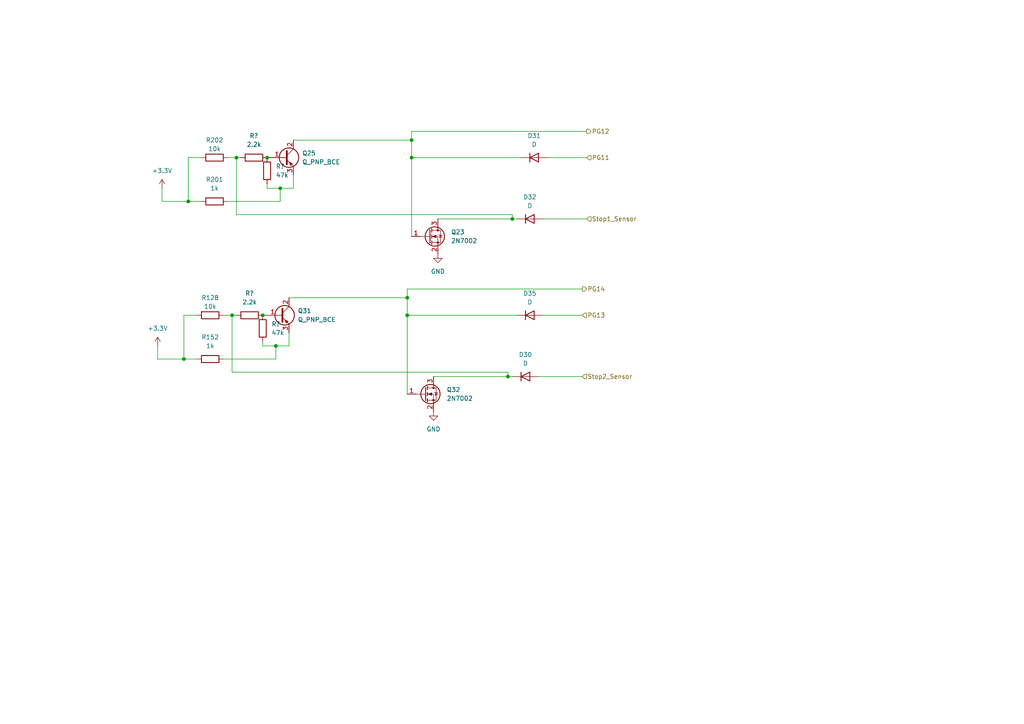
<source format=kicad_sch>
(kicad_sch (version 20211123) (generator eeschema)
  (paper "A4")
  (lib_symbols
    (symbol "Device:D" (pin_numbers hide) (pin_names (offset 1.016) hide)
      (property "Reference" "D" (at 0 2.54 0))
      (property "Value" "D" (at 0 -2.54 0))
      (symbol "D_0_1"
        (polyline (pts (xy -1.27 1.27) (xy -1.27 -1.27)) (stroke (width 0.254)))
        (polyline (pts (xy 1.27 0) (xy -1.27 0)))
        (polyline (pts (xy 1.27 1.27) (xy 1.27 -1.27) (xy -1.27 0) (xy 1.27 1.27)) (stroke (width 0.254)))
      )
      (symbol "D_1_1"
        (pin passive line (at -3.81 0 0) (length 2.54) (name "K") (number "1"))
        (pin passive line (at 3.81 0 180) (length 2.54) (name "A") (number "2"))
      )
    )
    (symbol "Device:Q_PNP_BCE" (pin_names (offset 0) hide)
      (property "Reference" "Q" (at 5.08 1.27 0))
      (property "Value" "Q_PNP_BCE" (at 5.08 -1.27 0))
      (symbol "Q_PNP_BCE_0_1"
        (polyline (pts (xy 0.635 0.635) (xy 2.54 2.54)))
        (polyline (pts (xy 0.635 -0.635) (xy 2.54 -2.54) (xy 2.54 -2.54)))
        (polyline (pts (xy 0.635 1.905) (xy 0.635 -1.905) (xy 0.635 -1.905)) (stroke (width 0.508)))
        (polyline (pts (xy 2.286 -1.778) (xy 1.778 -2.286) (xy 1.27 -1.27) (xy 2.286 -1.778) (xy 2.286 -1.778)) (fill (type outline)))
        (circle (center 1.27 0) (radius 2.8194) (stroke (width 0.254)))
      )
      (symbol "Q_PNP_BCE_1_1"
        (pin input line (at -5.08 0 0) (length 5.715) (name "B") (number "1"))
        (pin passive line (at 2.54 5.08 270) (length 2.54) (name "C") (number "2"))
        (pin passive line (at 2.54 -5.08 90) (length 2.54) (name "E") (number "3"))
      )
    )
    (symbol "Device:R" (pin_numbers hide) (pin_names (offset 0))
      (property "Reference" "R" (at 2.032 0 90))
      (property "Value" "R" (at 0 0 90))
      (symbol "R_0_1"
        (rectangle (start -1.016 -2.54) (end 1.016 2.54) (stroke (width 0.254)))
      )
      (symbol "R_1_1"
        (pin passive line (at 0 3.81 270) (length 1.27) (name "~") (number "1"))
        (pin passive line (at 0 -3.81 90) (length 1.27) (name "~") (number "2"))
      )
    )
    (symbol "Transistor_FET:2N7002" (pin_names hide)
      (property "Reference" "Q" (at 5.08 1.905 0))
      (property "Value" "2N7002" (at 5.08 0 0))
      (symbol "2N7002_0_1"
        (polyline (pts (xy 0.254 0) (xy -2.54 0)))
        (polyline (pts (xy 0.254 1.905) (xy 0.254 -1.905)) (stroke (width 0.254)))
        (polyline (pts (xy 0.762 -1.27) (xy 0.762 -2.286)) (stroke (width 0.254)))
        (polyline (pts (xy 0.762 0.508) (xy 0.762 -0.508)) (stroke (width 0.254)))
        (polyline (pts (xy 0.762 2.286) (xy 0.762 1.27)) (stroke (width 0.254)))
        (polyline (pts (xy 2.54 2.54) (xy 2.54 1.778)))
        (polyline (pts (xy 2.54 -2.54) (xy 2.54 0) (xy 0.762 0)))
        (polyline (pts (xy 0.762 -1.778) (xy 3.302 -1.778) (xy 3.302 1.778) (xy 0.762 1.778)))
        (polyline (pts (xy 1.016 0) (xy 2.032 0.381) (xy 2.032 -0.381) (xy 1.016 0)) (fill (type outline)))
        (polyline (pts (xy 2.794 0.508) (xy 2.921 0.381) (xy 3.683 0.381) (xy 3.81 0.254)))
        (polyline (pts (xy 3.302 0.381) (xy 2.921 -0.254) (xy 3.683 -0.254) (xy 3.302 0.381)))
        (circle (center 1.651 0) (radius 2.794) (stroke (width 0.254)))
        (circle (center 2.54 -1.778) (radius 0.254) (fill (type outline)))
        (circle (center 2.54 1.778) (radius 0.254) (fill (type outline)))
      )
      (symbol "2N7002_1_1"
        (pin input line (at -5.08 0 0) (length 2.54) (name "G") (number "1"))
        (pin passive line (at 2.54 -5.08 90) (length 2.54) (name "S") (number "2"))
        (pin passive line (at 2.54 5.08 270) (length 2.54) (name "D") (number "3"))
      )
    )
    (symbol "power:+3.3V" (power) (pin_names (offset 0))
      (property "Value" "+3.3V" (at 0 3.556 0))
      (symbol "+3.3V_0_1"
        (polyline (pts (xy -0.762 1.27) (xy 0 2.54)))
        (polyline (pts (xy 0 0) (xy 0 2.54)))
        (polyline (pts (xy 0 2.54) (xy 0.762 1.27)))
      )
      (symbol "+3.3V_1_1"
        (pin power_in line (at 0 0 90) (length 0) hide (name "+3.3V") (number "1"))
      )
    )
    (symbol "power:GND" (power) (pin_names (offset 0))
      (property "Value" "GND" (at 0 -3.81 0))
      (symbol "GND_0_1"
        (polyline (pts (xy 0 0) (xy 0 -1.27) (xy 1.27 -1.27) (xy 0 -2.54) (xy -1.27 -1.27) (xy 0 -1.27)))
      )
      (symbol "GND_1_1"
        (pin power_in line (at 0 0 270) (length 0) hide (name "GND") (number "1"))
      )
    )
  )
  (junction (at 118.11 86.36))
  (junction (at 54.61 58.42))
  (junction (at 77.47 45.72))
  (junction (at 119.38 45.72))
  (junction (at 53.34 104.14))
  (junction (at 81.28 54.61))
  (junction (at 76.2 91.44))
  (junction (at 80.01 100.33))
  (junction (at 68.58 45.72))
  (junction (at 148.59 63.5))
  (junction (at 118.11 91.44))
  (junction (at 147.32 109.22))
  (junction (at 119.38 40.64))
  (junction (at 67.31 91.44))
  (wire (pts (xy 83.82 86.36) (xy 118.11 86.36)))
  (wire (pts (xy 147.32 109.22) (xy 148.59 109.22)))
  (wire (pts (xy 76.2 99.06) (xy 76.2 100.33)))
  (wire (pts (xy 80.01 104.14) (xy 80.01 100.33)))
  (wire (pts (xy 151.13 45.72) (xy 119.38 45.72)))
  (wire (pts (xy 148.59 63.5) (xy 149.86 63.5)))
  (wire (pts (xy 157.48 63.5) (xy 170.18 63.5)))
  (wire (pts (xy 170.18 38.1) (xy 119.38 38.1)))
  (wire (pts (xy 147.32 107.95) (xy 67.31 107.95)))
  (wire (pts (xy 67.31 107.95) (xy 67.31 91.44)))
  (wire (pts (xy 157.48 91.44) (xy 168.91 91.44)))
  (wire (pts (xy 85.09 40.64) (xy 119.38 40.64)))
  (wire (pts (xy 156.21 109.22) (xy 168.91 109.22)))
  (wire (pts (xy 77.47 54.61) (xy 81.28 54.61)))
  (wire (pts (xy 64.77 104.14) (xy 80.01 104.14)))
  (wire (pts (xy 53.34 104.14) (xy 57.15 104.14)))
  (wire (pts (xy 147.32 109.22) (xy 147.32 107.95)))
  (wire (pts (xy 119.38 38.1) (xy 119.38 40.64)))
  (wire (pts (xy 127 63.5) (xy 148.59 63.5)))
  (wire (pts (xy 83.82 96.52) (xy 83.82 100.33)))
  (wire (pts (xy 158.75 45.72) (xy 170.18 45.72)))
  (wire (pts (xy 53.34 91.44) (xy 53.34 104.14)))
  (wire (pts (xy 85.09 50.8) (xy 85.09 54.61)))
  (wire (pts (xy 68.58 45.72) (xy 69.85 45.72)))
  (wire (pts (xy 57.15 91.44) (xy 53.34 91.44)))
  (wire (pts (xy 81.28 58.42) (xy 81.28 54.61)))
  (wire (pts (xy 119.38 40.64) (xy 119.38 45.72)))
  (wire (pts (xy 54.61 58.42) (xy 58.42 58.42)))
  (wire (pts (xy 118.11 86.36) (xy 118.11 91.44)))
  (wire (pts (xy 148.59 63.5) (xy 148.59 62.23)))
  (wire (pts (xy 58.42 45.72) (xy 54.61 45.72)))
  (wire (pts (xy 148.59 62.23) (xy 68.58 62.23)))
  (wire (pts (xy 67.31 91.44) (xy 68.58 91.44)))
  (wire (pts (xy 66.04 58.42) (xy 81.28 58.42)))
  (wire (pts (xy 77.47 53.34) (xy 77.47 54.61)))
  (wire (pts (xy 76.2 100.33) (xy 80.01 100.33)))
  (wire (pts (xy 54.61 45.72) (xy 54.61 58.42)))
  (wire (pts (xy 67.31 91.44) (xy 64.77 91.44)))
  (wire (pts (xy 45.72 104.14) (xy 53.34 104.14)))
  (wire (pts (xy 46.99 58.42) (xy 54.61 58.42)))
  (wire (pts (xy 125.73 109.22) (xy 147.32 109.22)))
  (wire (pts (xy 81.28 54.61) (xy 85.09 54.61)))
  (wire (pts (xy 68.58 45.72) (xy 66.04 45.72)))
  (wire (pts (xy 118.11 91.44) (xy 118.11 114.3)))
  (wire (pts (xy 68.58 62.23) (xy 68.58 45.72)))
  (wire (pts (xy 45.72 100.33) (xy 45.72 104.14)))
  (wire (pts (xy 119.38 45.72) (xy 119.38 68.58)))
  (wire (pts (xy 149.86 91.44) (xy 118.11 91.44)))
  (wire (pts (xy 168.91 83.82) (xy 118.11 83.82)))
  (wire (pts (xy 118.11 83.82) (xy 118.11 86.36)))
  (wire (pts (xy 80.01 100.33) (xy 83.82 100.33)))
  (wire (pts (xy 46.99 54.61) (xy 46.99 58.42)))
  (hierarchical_label "PG12" (shape output) (at 170.18 38.1 0))
  (hierarchical_label "Stop2_Sensor" (shape input) (at 168.91 109.22 0))
  (hierarchical_label "PG11" (shape input) (at 170.18 45.72 0))
  (hierarchical_label "PG14" (shape output) (at 168.91 83.82 0))
  (hierarchical_label "PG13" (shape input) (at 168.91 91.44 0))
  (hierarchical_label "Stop1_Sensor" (shape input) (at 170.18 63.5 0))
  (symbol (lib_id "Device:R") (at 73.66 45.72 90) (unit 1)
    (property "Reference" "R?" (at 73.66 39.37 90))
    (property "Value" "2.2k" (at 73.66 41.91 90))
  )
  (symbol (lib_id "Device:R") (at 62.23 58.42 90) (unit 1)
    (property "Reference" "R201" (at 62.23 52.07 90))
    (property "Value" "1k" (at 62.23 54.61 90))
  )
  (symbol (lib_id "Device:R") (at 60.96 104.14 90) (unit 1)
    (property "Reference" "R152" (at 60.96 97.79 90))
    (property "Value" "1k" (at 60.96 100.33 90))
  )
  (symbol (lib_id "Device:R") (at 77.47 49.53 0) (unit 1)
    (property "Reference" "R?" (at 80.01 48.2599 0) (effects (justify left)))
    (property "Value" "47k" (at 80.01 50.7999 0) (effects (justify left)))
  )
  (symbol (lib_id "Device:D") (at 153.67 63.5 0) (unit 1)
    (property "Reference" "D32" (at 153.67 57.15 0))
    (property "Value" "D" (at 153.67 59.69 0))
  )
  (symbol (lib_id "power:+3.3V") (at 45.72 100.33 0) (unit 1)
    (property "Reference" "#PWR?" (effects hide))
    (property "Value" "+3.3V" (at 45.72 95.25 0))
  )
  (symbol (lib_id "Device:D") (at 153.67 91.44 0) (unit 1)
    (property "Reference" "D35" (at 153.67 85.09 0))
    (property "Value" "D" (at 153.67 87.63 0))
  )
  (symbol (lib_id "power:+3.3V") (at 46.99 54.61 0) (unit 1)
    (property "Reference" "#PWR?" (effects hide))
    (property "Value" "+3.3V" (at 46.99 49.53 0))
  )
  (symbol (lib_id "Device:R") (at 60.96 91.44 90) (unit 1)
    (property "Reference" "R128" (at 60.96 86.36 90))
    (property "Value" "10k" (at 60.96 88.9 90))
  )
  (symbol (lib_id "power:GND") (at 127 73.66 0) (unit 1)
    (property "Reference" "#PWR?" (effects hide))
    (property "Value" "GND" (at 127 78.74 0))
  )
  (symbol (lib_id "Device:D") (at 154.94 45.72 0) (unit 1)
    (property "Reference" "D31" (at 154.94 39.37 0))
    (property "Value" "D" (at 154.94 41.91 0))
  )
  (symbol (lib_id "Transistor_FET:2N7002") (at 123.19 114.3 0) (unit 1)
    (property "Reference" "Q32" (at 129.54 113.0299 0) (effects (justify left)))
    (property "Value" "2N7002" (at 129.54 115.5699 0) (effects (justify left)))
    (property "Footprint" "Package_TO_SOT_SMD:SOT-23" (effects hide))
    (property "Datasheet" "https://www.onsemi.com/pub/Collateral/NDS7002A-D.PDF" (effects hide))
  )
  (symbol (lib_id "Device:Q_PNP_BCE") (at 82.55 45.72 0) (unit 1)
    (property "Reference" "Q25" (at 87.63 44.4499 0) (effects (justify left)))
    (property "Value" "Q_PNP_BCE" (at 87.63 46.9899 0) (effects (justify left)))
  )
  (symbol (lib_id "power:GND") (at 125.73 119.38 0) (unit 1)
    (property "Reference" "#PWR?" (effects hide))
    (property "Value" "GND" (at 125.73 124.46 0))
  )
  (symbol (lib_id "Device:Q_PNP_BCE") (at 81.28 91.44 0) (unit 1)
    (property "Reference" "Q31" (at 86.36 90.1699 0) (effects (justify left)))
    (property "Value" "Q_PNP_BCE" (at 86.36 92.7099 0) (effects (justify left)))
  )
  (symbol (lib_id "Device:R") (at 72.39 91.44 90) (unit 1)
    (property "Reference" "R?" (at 72.39 85.09 90))
    (property "Value" "2.2k" (at 72.39 87.63 90))
  )
  (symbol (lib_id "Device:R") (at 76.2 95.25 0) (unit 1)
    (property "Reference" "R?" (at 78.74 93.9799 0) (effects (justify left)))
    (property "Value" "47k" (at 78.74 96.5199 0) (effects (justify left)))
  )
  (symbol (lib_id "Device:D") (at 152.4 109.22 0) (unit 1)
    (property "Reference" "D30" (at 152.4 102.87 0))
    (property "Value" "D" (at 152.4 105.41 0))
  )
  (symbol (lib_id "Device:R") (at 62.23 45.72 90) (unit 1)
    (property "Reference" "R202" (at 62.23 40.64 90))
    (property "Value" "10k" (at 62.23 43.18 90))
  )
  (symbol (lib_id "Transistor_FET:2N7002") (at 124.46 68.58 0) (unit 1)
    (property "Reference" "Q23" (at 130.81 67.3099 0) (effects (justify left)))
    (property "Value" "2N7002" (at 130.81 69.8499 0) (effects (justify left)))
    (property "Footprint" "Package_TO_SOT_SMD:SOT-23" (effects hide))
    (property "Datasheet" "https://www.onsemi.com/pub/Collateral/NDS7002A-D.PDF" (effects hide))
  )
)
</source>
